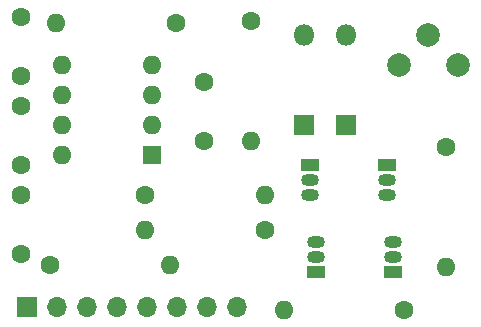
<source format=gts>
%TF.GenerationSoftware,KiCad,Pcbnew,(5.1.8-0-10_14)*%
%TF.CreationDate,2021-06-26T19:26:30+01:00*%
%TF.ProjectId,serge-gain-cell,73657267-652d-4676-9169-6e2d63656c6c,rev?*%
%TF.SameCoordinates,Original*%
%TF.FileFunction,Soldermask,Top*%
%TF.FilePolarity,Negative*%
%FSLAX46Y46*%
G04 Gerber Fmt 4.6, Leading zero omitted, Abs format (unit mm)*
G04 Created by KiCad (PCBNEW (5.1.8-0-10_14)) date 2021-06-26 19:26:30*
%MOMM*%
%LPD*%
G01*
G04 APERTURE LIST*
%ADD10C,1.600000*%
%ADD11O,1.600000X1.600000*%
%ADD12R,1.800000X1.800000*%
%ADD13O,1.800000X1.800000*%
%ADD14O,1.700000X1.700000*%
%ADD15R,1.700000X1.700000*%
%ADD16O,1.500000X1.050000*%
%ADD17R,1.500000X1.050000*%
%ADD18C,2.000000*%
%ADD19R,1.600000X1.600000*%
G04 APERTURE END LIST*
D10*
%TO.C,R7*%
X158410000Y-79750000D03*
D11*
X148250000Y-79750000D03*
%TD*%
D10*
%TO.C,C1*%
X141500000Y-65500000D03*
X141500000Y-60500000D03*
%TD*%
%TO.C,C2*%
X126000000Y-62500000D03*
X126000000Y-67500000D03*
%TD*%
%TO.C,C3*%
X126000000Y-70000000D03*
X126000000Y-75000000D03*
%TD*%
%TO.C,C4*%
X126000000Y-60000000D03*
X126000000Y-55000000D03*
%TD*%
D12*
%TO.C,D1*%
X153500000Y-64120000D03*
D13*
X153500000Y-56500000D03*
%TD*%
%TO.C,D2*%
X150000000Y-56500000D03*
D12*
X150000000Y-64120000D03*
%TD*%
D14*
%TO.C,J1*%
X144280000Y-79500000D03*
X141740000Y-79500000D03*
X139200000Y-79500000D03*
X136660000Y-79500000D03*
X134120000Y-79500000D03*
X131580000Y-79500000D03*
X129040000Y-79500000D03*
D15*
X126500000Y-79500000D03*
%TD*%
D16*
%TO.C,Q3*%
X150500000Y-68770000D03*
X150500000Y-70040000D03*
D17*
X150500000Y-67500000D03*
%TD*%
D16*
%TO.C,Q1*%
X151000000Y-75270000D03*
X151000000Y-74000000D03*
D17*
X151000000Y-76540000D03*
%TD*%
D16*
%TO.C,Q4*%
X157000000Y-68770000D03*
X157000000Y-70040000D03*
D17*
X157000000Y-67500000D03*
%TD*%
D16*
%TO.C,Q2*%
X157500000Y-75270000D03*
X157500000Y-74000000D03*
D17*
X157500000Y-76540000D03*
%TD*%
D10*
%TO.C,R1*%
X146660000Y-73000000D03*
D11*
X136500000Y-73000000D03*
%TD*%
%TO.C,R2*%
X146660000Y-70000000D03*
D10*
X136500000Y-70000000D03*
%TD*%
%TO.C,R3*%
X128500000Y-76000000D03*
D11*
X138660000Y-76000000D03*
%TD*%
%TO.C,R4*%
X129000000Y-55500000D03*
D10*
X139160000Y-55500000D03*
%TD*%
%TO.C,R5*%
X145500000Y-55340000D03*
D11*
X145500000Y-65500000D03*
%TD*%
%TO.C,R6*%
X162000000Y-76160000D03*
D10*
X162000000Y-66000000D03*
%TD*%
D18*
%TO.C,RV1*%
X160500000Y-56500000D03*
X158000000Y-59000000D03*
X163000000Y-59000000D03*
%TD*%
D19*
%TO.C,U1*%
X137120000Y-66620000D03*
D11*
X129500000Y-59000000D03*
X137120000Y-64080000D03*
X129500000Y-61540000D03*
X137120000Y-61540000D03*
X129500000Y-64080000D03*
X137120000Y-59000000D03*
X129500000Y-66620000D03*
%TD*%
M02*

</source>
